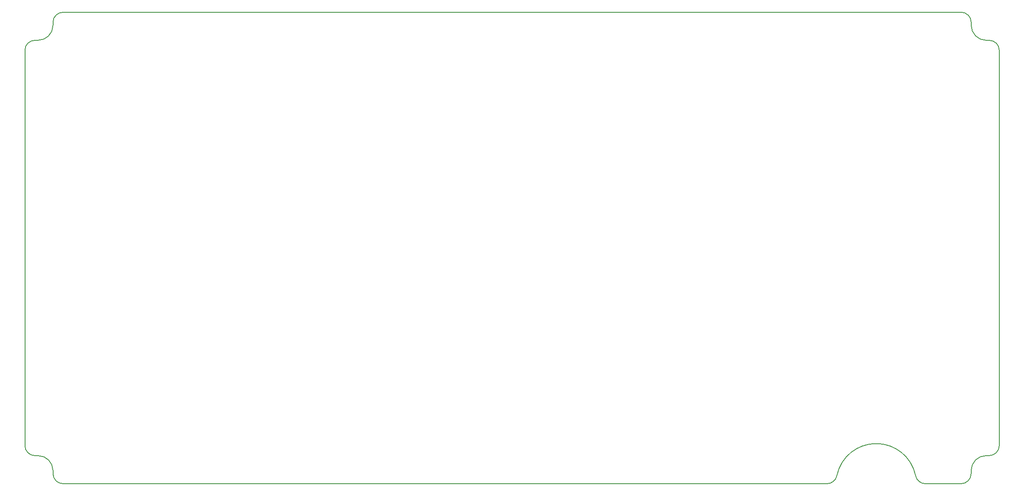
<source format=gbr>
G04 #@! TF.GenerationSoftware,KiCad,Pcbnew,5.1.11-e4df9d881f~92~ubuntu20.04.1*
G04 #@! TF.CreationDate,2021-11-11T13:36:33+01:00*
G04 #@! TF.ProjectId,bottom-board,626f7474-6f6d-42d6-926f-6172642e6b69,rev?*
G04 #@! TF.SameCoordinates,Original*
G04 #@! TF.FileFunction,Profile,NP*
%FSLAX46Y46*%
G04 Gerber Fmt 4.6, Leading zero omitted, Abs format (unit mm)*
G04 Created by KiCad (PCBNEW 5.1.11-e4df9d881f~92~ubuntu20.04.1) date 2021-11-11 13:36:33*
%MOMM*%
%LPD*%
G01*
G04 APERTURE LIST*
G04 #@! TA.AperFunction,Profile*
%ADD10C,0.200000*%
G04 #@! TD*
G04 APERTURE END LIST*
D10*
X220572362Y-133826432D02*
G75*
G02*
X236248367Y-133830000I7837638J-1603568D01*
G01*
X252910000Y-127830000D02*
G75*
G02*
X250910000Y-129830000I-2000000J0D01*
G01*
X64510000Y-43430000D02*
G75*
G02*
X66510000Y-41430000I2000000J0D01*
G01*
X220571890Y-133828736D02*
G75*
G02*
X218612041Y-135430000I-1959849J398736D01*
G01*
X250910000Y-47030000D02*
G75*
G02*
X252910000Y-49030000I0J-2000000D01*
G01*
X61510000Y-129830000D02*
G75*
G02*
X64510000Y-132830000I0J-3000000D01*
G01*
X252910000Y-49030000D02*
X252910000Y-127830000D01*
X247310000Y-43430000D02*
X247310000Y-44030000D01*
X66510000Y-135430000D02*
G75*
G02*
X64510000Y-133430000I0J2000000D01*
G01*
X245310000Y-41430000D02*
G75*
G02*
X247310000Y-43430000I0J-2000000D01*
G01*
X247310000Y-133430000D02*
G75*
G02*
X245310000Y-135430000I-2000000J0D01*
G01*
X247310000Y-132830000D02*
G75*
G02*
X250310000Y-129830000I3000000J0D01*
G01*
X64510000Y-44030000D02*
X64510000Y-43430000D01*
X250310000Y-47030000D02*
G75*
G02*
X247310000Y-44030000I0J3000000D01*
G01*
X66510000Y-41430000D02*
X245310000Y-41430000D01*
X60910000Y-129830000D02*
G75*
G02*
X58910000Y-127830000I0J2000000D01*
G01*
X238209249Y-135430000D02*
G75*
G02*
X236248367Y-133830000I-1290J2000000D01*
G01*
X247310000Y-132830000D02*
X247310000Y-133430000D01*
X58910000Y-49030000D02*
G75*
G02*
X60910000Y-47030000I2000000J0D01*
G01*
X250910000Y-129830000D02*
X250310000Y-129830000D01*
X250310000Y-47030000D02*
X250910000Y-47030000D01*
X245310000Y-135430000D02*
X238207959Y-135430000D01*
X218612041Y-135430000D02*
X66510000Y-135430000D01*
X64510000Y-133430000D02*
X64510000Y-132830000D01*
X60910000Y-129830000D02*
X61510000Y-129830000D01*
X58910000Y-49030000D02*
X58910000Y-127830000D01*
X60910000Y-47030000D02*
X61510000Y-47030000D01*
X64510000Y-44030000D02*
G75*
G02*
X61510000Y-47030000I-3000000J0D01*
G01*
M02*

</source>
